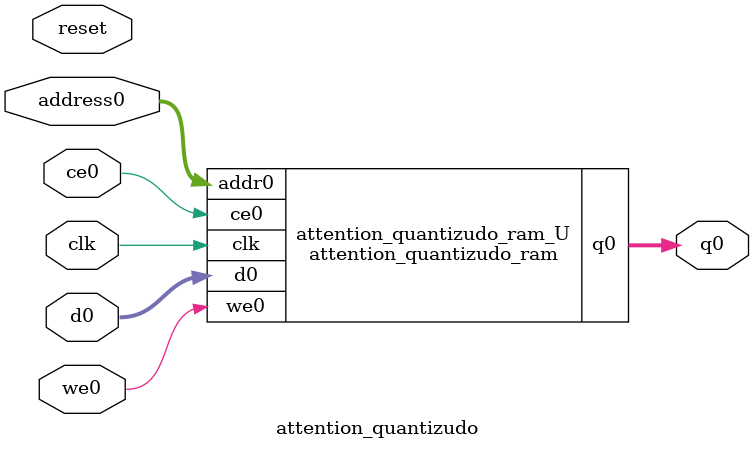
<source format=v>
`timescale 1 ns / 1 ps
module attention_quantizudo_ram (addr0, ce0, d0, we0, q0,  clk);

parameter DWIDTH = 8;
parameter AWIDTH = 7;
parameter MEM_SIZE = 96;

input[AWIDTH-1:0] addr0;
input ce0;
input[DWIDTH-1:0] d0;
input we0;
output reg[DWIDTH-1:0] q0;
input clk;

(* ram_style = "distributed" *)reg [DWIDTH-1:0] ram[0:MEM_SIZE-1];




always @(posedge clk)  
begin 
    if (ce0) begin
        if (we0) 
            ram[addr0] <= d0; 
        q0 <= ram[addr0];
    end
end


endmodule

`timescale 1 ns / 1 ps
module attention_quantizudo(
    reset,
    clk,
    address0,
    ce0,
    we0,
    d0,
    q0);

parameter DataWidth = 32'd8;
parameter AddressRange = 32'd96;
parameter AddressWidth = 32'd7;
input reset;
input clk;
input[AddressWidth - 1:0] address0;
input ce0;
input we0;
input[DataWidth - 1:0] d0;
output[DataWidth - 1:0] q0;



attention_quantizudo_ram attention_quantizudo_ram_U(
    .clk( clk ),
    .addr0( address0 ),
    .ce0( ce0 ),
    .we0( we0 ),
    .d0( d0 ),
    .q0( q0 ));

endmodule


</source>
